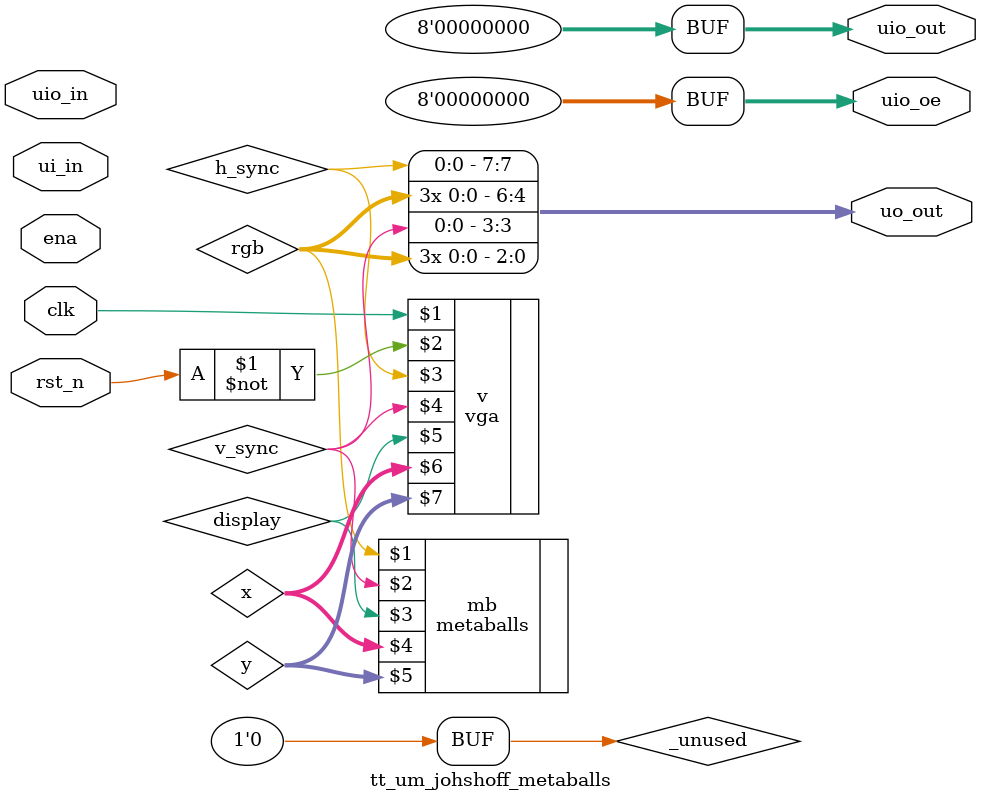
<source format=v>
/*
 * Copyright (c) 2024 Johannes Hoff
 * SPDX-License-Identifier: Apache-2.0
 */

`default_nettype none

module tt_um_johshoff_metaballs (
    input  wire [7:0] ui_in,    // Dedicated inputs
    output wire [7:0] uo_out,   // Dedicated outputs
    input  wire [7:0] uio_in,   // IOs: Input path
    output wire [7:0] uio_out,  // IOs: Output path
    output wire [7:0] uio_oe,   // IOs: Enable path (active high: 0=input, 1=output)
    input  wire       ena,      // always 1 when the design is powered, so you can ignore it
    input  wire       clk,      // clock
    input  wire       rst_n     // reset_n - low to reset
);
  wire display;
  wire rgb;
  wire[9:0] x;
  wire[9:0] y;

  wire h_sync;
  wire v_sync;
  assign uo_out = {h_sync, rgb, rgb, rgb, v_sync, rgb, rgb, rgb};
  assign uio_out = 0;
  assign uio_oe = 0;

  metaballs mb(
    rgb, v_sync,
    display,
    x,
    y
  );

  vga v(
    clk,
    ~rst_n,
    h_sync, v_sync,
    display,
    x,
    y
  );

  // List all unused inputs to prevent warnings
  wire _unused = &{ena, ui_in, uio_in, 1'b0};

endmodule

</source>
